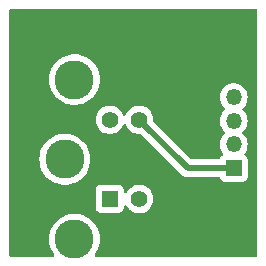
<source format=gbr>
%TF.GenerationSoftware,KiCad,Pcbnew,7.0.9-1.fc39*%
%TF.CreationDate,2023-12-29T10:15:15-08:00*%
%TF.ProjectId,aekii-m3501,61656b69-692d-46d3-9335-30312e6b6963,rev?*%
%TF.SameCoordinates,Original*%
%TF.FileFunction,Copper,L2,Bot*%
%TF.FilePolarity,Positive*%
%FSLAX46Y46*%
G04 Gerber Fmt 4.6, Leading zero omitted, Abs format (unit mm)*
G04 Created by KiCad (PCBNEW 7.0.9-1.fc39) date 2023-12-29 10:15:15*
%MOMM*%
%LPD*%
G01*
G04 APERTURE LIST*
%TA.AperFunction,ComponentPad*%
%ADD10R,1.398000X1.398000*%
%TD*%
%TA.AperFunction,ComponentPad*%
%ADD11C,1.398000*%
%TD*%
%TA.AperFunction,ComponentPad*%
%ADD12C,3.306000*%
%TD*%
%TA.AperFunction,ComponentPad*%
%ADD13R,1.350000X1.350000*%
%TD*%
%TA.AperFunction,ComponentPad*%
%ADD14O,1.350000X1.350000*%
%TD*%
%TA.AperFunction,Conductor*%
%ADD15C,0.500000*%
%TD*%
G04 APERTURE END LIST*
D10*
%TO.P,ADB-FEM1,1,1*%
%TO.N,JST-D+*%
X108510000Y-116110000D03*
D11*
%TO.P,ADB-FEM1,2,2*%
%TO.N,VBUS*%
X108510000Y-109410000D03*
%TO.P,ADB-FEM1,3,3*%
%TO.N,JST-D-*%
X111000000Y-116110000D03*
%TO.P,ADB-FEM1,4,4*%
%TO.N,GND*%
X111000000Y-109410000D03*
D12*
%TO.P,ADB-FEM1,5,SH*%
%TO.N,unconnected-(ADB-FEM1-SH-Pad5)*%
X104700000Y-112760000D03*
%TO.P,ADB-FEM1,6,SH*%
X105510000Y-106000000D03*
%TO.P,ADB-FEM1,7,SH*%
X105510000Y-119520000D03*
%TD*%
D13*
%TO.P,J2,1,Pin_1*%
%TO.N,GND*%
X119000000Y-113500000D03*
D14*
%TO.P,J2,2,Pin_2*%
%TO.N,JST-D-*%
X119000000Y-111500000D03*
%TO.P,J2,3,Pin_3*%
%TO.N,JST-D+*%
X119000000Y-109500000D03*
%TO.P,J2,4,Pin_4*%
%TO.N,VBUS*%
X119000000Y-107500000D03*
%TD*%
D15*
%TO.N,GND*%
X119000000Y-113500000D02*
X115090000Y-113500000D01*
X115090000Y-113500000D02*
X111000000Y-109410000D01*
%TD*%
%TA.AperFunction,NonConductor*%
G36*
X120942539Y-100020185D02*
G01*
X120988294Y-100072989D01*
X120999500Y-100124500D01*
X120999500Y-120875500D01*
X120979815Y-120942539D01*
X120927011Y-120988294D01*
X120875500Y-120999500D01*
X107340924Y-120999500D01*
X107273885Y-120979815D01*
X107228130Y-120927011D01*
X107218186Y-120857853D01*
X107239618Y-120803993D01*
X107354292Y-120641539D01*
X107489830Y-120379962D01*
X107588488Y-120102365D01*
X107648427Y-119813920D01*
X107668532Y-119520000D01*
X107648427Y-119226080D01*
X107588488Y-118937635D01*
X107489830Y-118660038D01*
X107354292Y-118398461D01*
X107184398Y-118157776D01*
X107184393Y-118157770D01*
X107117028Y-118085640D01*
X106983313Y-117942467D01*
X106754783Y-117756544D01*
X106754781Y-117756543D01*
X106754779Y-117756541D01*
X106503063Y-117603469D01*
X106503059Y-117603467D01*
X106232852Y-117486101D01*
X105949171Y-117406617D01*
X105949167Y-117406616D01*
X105949166Y-117406616D01*
X105803234Y-117386558D01*
X105657304Y-117366500D01*
X105657303Y-117366500D01*
X105362697Y-117366500D01*
X105362696Y-117366500D01*
X105070834Y-117406616D01*
X105070828Y-117406617D01*
X104787147Y-117486101D01*
X104516940Y-117603467D01*
X104516936Y-117603469D01*
X104265220Y-117756541D01*
X104036690Y-117942464D01*
X103835606Y-118157770D01*
X103835606Y-118157771D01*
X103665708Y-118398460D01*
X103530169Y-118660039D01*
X103431513Y-118937629D01*
X103431512Y-118937632D01*
X103371572Y-119226085D01*
X103351468Y-119520000D01*
X103371572Y-119813914D01*
X103431512Y-120102367D01*
X103431513Y-120102370D01*
X103530169Y-120379960D01*
X103530170Y-120379962D01*
X103665708Y-120641539D01*
X103780380Y-120803993D01*
X103802959Y-120870112D01*
X103786206Y-120937944D01*
X103735440Y-120985950D01*
X103679076Y-120999500D01*
X100124500Y-120999500D01*
X100057461Y-120979815D01*
X100011706Y-120927011D01*
X100000500Y-120875500D01*
X100000500Y-116856870D01*
X107310500Y-116856870D01*
X107310501Y-116856876D01*
X107316908Y-116916483D01*
X107367202Y-117051328D01*
X107367206Y-117051335D01*
X107453452Y-117166544D01*
X107453455Y-117166547D01*
X107568664Y-117252793D01*
X107568671Y-117252797D01*
X107703517Y-117303091D01*
X107703516Y-117303091D01*
X107710444Y-117303835D01*
X107763127Y-117309500D01*
X109256872Y-117309499D01*
X109316483Y-117303091D01*
X109451331Y-117252796D01*
X109566546Y-117166546D01*
X109652796Y-117051331D01*
X109703091Y-116916483D01*
X109709500Y-116856873D01*
X109709499Y-116736580D01*
X109729183Y-116669544D01*
X109781987Y-116623789D01*
X109851145Y-116613845D01*
X109914701Y-116642869D01*
X109944499Y-116681311D01*
X109975795Y-116744161D01*
X110109762Y-116921562D01*
X110251088Y-117050397D01*
X110274043Y-117071323D01*
X110463046Y-117188349D01*
X110463047Y-117188349D01*
X110463048Y-117188350D01*
X110532142Y-117215117D01*
X110670335Y-117268653D01*
X110888850Y-117309500D01*
X110888853Y-117309500D01*
X111111147Y-117309500D01*
X111111150Y-117309500D01*
X111329665Y-117268653D01*
X111536954Y-117188349D01*
X111725957Y-117071323D01*
X111890239Y-116921560D01*
X112024205Y-116744161D01*
X112123292Y-116545166D01*
X112184128Y-116331352D01*
X112204639Y-116110000D01*
X112184128Y-115888648D01*
X112123292Y-115674834D01*
X112024205Y-115475839D01*
X111890239Y-115298440D01*
X111890237Y-115298437D01*
X111725958Y-115148678D01*
X111725957Y-115148677D01*
X111536954Y-115031651D01*
X111536952Y-115031650D01*
X111536951Y-115031649D01*
X111329668Y-114951348D01*
X111329667Y-114951347D01*
X111329665Y-114951347D01*
X111111150Y-114910500D01*
X110888850Y-114910500D01*
X110670335Y-114951347D01*
X110670333Y-114951347D01*
X110670331Y-114951348D01*
X110463048Y-115031649D01*
X110463047Y-115031650D01*
X110274041Y-115148678D01*
X110109762Y-115298437D01*
X109975795Y-115475838D01*
X109944499Y-115538689D01*
X109896996Y-115589926D01*
X109829333Y-115607347D01*
X109762992Y-115585421D01*
X109719038Y-115531110D01*
X109709499Y-115483417D01*
X109709499Y-115363129D01*
X109709498Y-115363123D01*
X109709497Y-115363116D01*
X109703091Y-115303517D01*
X109701197Y-115298440D01*
X109652797Y-115168671D01*
X109652793Y-115168664D01*
X109566547Y-115053455D01*
X109566544Y-115053452D01*
X109451335Y-114967206D01*
X109451328Y-114967202D01*
X109316482Y-114916908D01*
X109316483Y-114916908D01*
X109256883Y-114910501D01*
X109256881Y-114910500D01*
X109256873Y-114910500D01*
X109256864Y-114910500D01*
X107763129Y-114910500D01*
X107763123Y-114910501D01*
X107703516Y-114916908D01*
X107568671Y-114967202D01*
X107568664Y-114967206D01*
X107453455Y-115053452D01*
X107453452Y-115053455D01*
X107367206Y-115168664D01*
X107367202Y-115168671D01*
X107316908Y-115303517D01*
X107310501Y-115363116D01*
X107310501Y-115363123D01*
X107310500Y-115363135D01*
X107310500Y-116856870D01*
X100000500Y-116856870D01*
X100000500Y-112760000D01*
X102541468Y-112760000D01*
X102561572Y-113053914D01*
X102621512Y-113342367D01*
X102621513Y-113342370D01*
X102720169Y-113619960D01*
X102720170Y-113619962D01*
X102855708Y-113881539D01*
X103025602Y-114122224D01*
X103025606Y-114122228D01*
X103025606Y-114122229D01*
X103041615Y-114139370D01*
X103226687Y-114337533D01*
X103455217Y-114523456D01*
X103455219Y-114523457D01*
X103455220Y-114523458D01*
X103706936Y-114676530D01*
X103706940Y-114676532D01*
X103977147Y-114793898D01*
X103977152Y-114793900D01*
X104260834Y-114873384D01*
X104517427Y-114908652D01*
X104552696Y-114913500D01*
X104552697Y-114913500D01*
X104847304Y-114913500D01*
X104878769Y-114909174D01*
X105139166Y-114873384D01*
X105422848Y-114793900D01*
X105530934Y-114746951D01*
X105693059Y-114676532D01*
X105693063Y-114676530D01*
X105694757Y-114675500D01*
X105944783Y-114523456D01*
X106173313Y-114337533D01*
X106374398Y-114122224D01*
X106544292Y-113881539D01*
X106679830Y-113619962D01*
X106778488Y-113342365D01*
X106838427Y-113053920D01*
X106858532Y-112760000D01*
X106838427Y-112466080D01*
X106778488Y-112177635D01*
X106679830Y-111900038D01*
X106544292Y-111638461D01*
X106374398Y-111397776D01*
X106374393Y-111397770D01*
X106267276Y-111283077D01*
X106173313Y-111182467D01*
X105944783Y-110996544D01*
X105944781Y-110996543D01*
X105944779Y-110996541D01*
X105693063Y-110843469D01*
X105693059Y-110843467D01*
X105422852Y-110726101D01*
X105139171Y-110646617D01*
X105139167Y-110646616D01*
X105139166Y-110646616D01*
X104993234Y-110626558D01*
X104847304Y-110606500D01*
X104847303Y-110606500D01*
X104552697Y-110606500D01*
X104552696Y-110606500D01*
X104260834Y-110646616D01*
X104260828Y-110646617D01*
X103977147Y-110726101D01*
X103706940Y-110843467D01*
X103706936Y-110843469D01*
X103455220Y-110996541D01*
X103226690Y-111182464D01*
X103025606Y-111397770D01*
X103025606Y-111397771D01*
X102855708Y-111638460D01*
X102720169Y-111900039D01*
X102621513Y-112177629D01*
X102621512Y-112177632D01*
X102561572Y-112466085D01*
X102541468Y-112760000D01*
X100000500Y-112760000D01*
X100000500Y-109410000D01*
X107305361Y-109410000D01*
X107325871Y-109631351D01*
X107386707Y-109845163D01*
X107386712Y-109845176D01*
X107485795Y-110044161D01*
X107619762Y-110221562D01*
X107700676Y-110295324D01*
X107784043Y-110371323D01*
X107973046Y-110488349D01*
X107973047Y-110488349D01*
X107973048Y-110488350D01*
X108042142Y-110515117D01*
X108180335Y-110568653D01*
X108398850Y-110609500D01*
X108398853Y-110609500D01*
X108621147Y-110609500D01*
X108621150Y-110609500D01*
X108839665Y-110568653D01*
X109046954Y-110488349D01*
X109235957Y-110371323D01*
X109400239Y-110221560D01*
X109534205Y-110044161D01*
X109633292Y-109845166D01*
X109635734Y-109836580D01*
X109673013Y-109777489D01*
X109736323Y-109747932D01*
X109805563Y-109757294D01*
X109858749Y-109802604D01*
X109874266Y-109836582D01*
X109876707Y-109845163D01*
X109876712Y-109845176D01*
X109975795Y-110044161D01*
X110109762Y-110221562D01*
X110190676Y-110295324D01*
X110274043Y-110371323D01*
X110463046Y-110488349D01*
X110463047Y-110488349D01*
X110463048Y-110488350D01*
X110532142Y-110515117D01*
X110670335Y-110568653D01*
X110888850Y-110609500D01*
X110888853Y-110609500D01*
X111086770Y-110609500D01*
X111153809Y-110629185D01*
X111174451Y-110645819D01*
X114514267Y-113985634D01*
X114526048Y-113999266D01*
X114540390Y-114018530D01*
X114580420Y-114052119D01*
X114584392Y-114055759D01*
X114590223Y-114061590D01*
X114615939Y-114081923D01*
X114674786Y-114131302D01*
X114674788Y-114131303D01*
X114680823Y-114135272D01*
X114680789Y-114135322D01*
X114687144Y-114139370D01*
X114687177Y-114139318D01*
X114693319Y-114143107D01*
X114693323Y-114143110D01*
X114762914Y-114175561D01*
X114831558Y-114210036D01*
X114831561Y-114210037D01*
X114831567Y-114210040D01*
X114831572Y-114210041D01*
X114838355Y-114212510D01*
X114838334Y-114212567D01*
X114845451Y-114215040D01*
X114845470Y-114214984D01*
X114852330Y-114217257D01*
X114927532Y-114232784D01*
X115002279Y-114250500D01*
X115002288Y-114250500D01*
X115009452Y-114251338D01*
X115009445Y-114251397D01*
X115016946Y-114252163D01*
X115016952Y-114252104D01*
X115024140Y-114252733D01*
X115024143Y-114252732D01*
X115024144Y-114252733D01*
X115100898Y-114250500D01*
X117732885Y-114250500D01*
X117799924Y-114270185D01*
X117845679Y-114322989D01*
X117849067Y-114331167D01*
X117881202Y-114417328D01*
X117881206Y-114417335D01*
X117967452Y-114532544D01*
X117967455Y-114532547D01*
X118082664Y-114618793D01*
X118082671Y-114618797D01*
X118217517Y-114669091D01*
X118217516Y-114669091D01*
X118224444Y-114669835D01*
X118277127Y-114675500D01*
X119722872Y-114675499D01*
X119782483Y-114669091D01*
X119917331Y-114618796D01*
X120032546Y-114532546D01*
X120118796Y-114417331D01*
X120169091Y-114282483D01*
X120175500Y-114222873D01*
X120175499Y-112777128D01*
X120169091Y-112717517D01*
X120150933Y-112668834D01*
X120118797Y-112582671D01*
X120118793Y-112582664D01*
X120032547Y-112467455D01*
X120032544Y-112467452D01*
X119946895Y-112403335D01*
X119905024Y-112347402D01*
X119900040Y-112277710D01*
X119922251Y-112229344D01*
X120003712Y-112121472D01*
X120100817Y-111926459D01*
X120160435Y-111716923D01*
X120180536Y-111500000D01*
X120160435Y-111283077D01*
X120100817Y-111073541D01*
X120003712Y-110878528D01*
X119872427Y-110704678D01*
X119748423Y-110591634D01*
X119712145Y-110531927D01*
X119713905Y-110462079D01*
X119748423Y-110408365D01*
X119872427Y-110295322D01*
X120003712Y-110121472D01*
X120100817Y-109926459D01*
X120160435Y-109716923D01*
X120180536Y-109500000D01*
X120160435Y-109283077D01*
X120100817Y-109073541D01*
X120003712Y-108878528D01*
X119872427Y-108704678D01*
X119748423Y-108591634D01*
X119712145Y-108531927D01*
X119713905Y-108462079D01*
X119748423Y-108408365D01*
X119872427Y-108295322D01*
X120003712Y-108121472D01*
X120100817Y-107926459D01*
X120160435Y-107716923D01*
X120180536Y-107500000D01*
X120160435Y-107283077D01*
X120100817Y-107073541D01*
X120003712Y-106878528D01*
X119872427Y-106704678D01*
X119711432Y-106557912D01*
X119711428Y-106557909D01*
X119711423Y-106557906D01*
X119526213Y-106443229D01*
X119526207Y-106443226D01*
X119441113Y-106410260D01*
X119323069Y-106364530D01*
X119108926Y-106324500D01*
X118891074Y-106324500D01*
X118676931Y-106364530D01*
X118628130Y-106383435D01*
X118473792Y-106443226D01*
X118473786Y-106443229D01*
X118288576Y-106557906D01*
X118288566Y-106557913D01*
X118127574Y-106704676D01*
X117996288Y-106878527D01*
X117899184Y-107073537D01*
X117839564Y-107283081D01*
X117819464Y-107499999D01*
X117819464Y-107500000D01*
X117839564Y-107716918D01*
X117839564Y-107716920D01*
X117839565Y-107716923D01*
X117896358Y-107916529D01*
X117899184Y-107926462D01*
X117996288Y-108121472D01*
X118127574Y-108295324D01*
X118251572Y-108408363D01*
X118287854Y-108468074D01*
X118286093Y-108537922D01*
X118251572Y-108591637D01*
X118127574Y-108704675D01*
X117996288Y-108878527D01*
X117899184Y-109073537D01*
X117839564Y-109283081D01*
X117819464Y-109499999D01*
X117819464Y-109500000D01*
X117839564Y-109716918D01*
X117839564Y-109716920D01*
X117839565Y-109716923D01*
X117876053Y-109845166D01*
X117899184Y-109926462D01*
X117996288Y-110121472D01*
X118127574Y-110295324D01*
X118251572Y-110408363D01*
X118287854Y-110468074D01*
X118286093Y-110537922D01*
X118251572Y-110591637D01*
X118127574Y-110704675D01*
X117996288Y-110878527D01*
X117899184Y-111073537D01*
X117839564Y-111283081D01*
X117819464Y-111499999D01*
X117819464Y-111500000D01*
X117839564Y-111716918D01*
X117899184Y-111926462D01*
X117996288Y-112121472D01*
X118077747Y-112229341D01*
X118102439Y-112294702D01*
X118087874Y-112363037D01*
X118053105Y-112403334D01*
X117967452Y-112467455D01*
X117881206Y-112582664D01*
X117881203Y-112582669D01*
X117849066Y-112668834D01*
X117807194Y-112724767D01*
X117741730Y-112749184D01*
X117732884Y-112749500D01*
X115452229Y-112749500D01*
X115385190Y-112729815D01*
X115364548Y-112713181D01*
X112233649Y-109582281D01*
X112200164Y-109520958D01*
X112197859Y-109483164D01*
X112204639Y-109410000D01*
X112184128Y-109188648D01*
X112123292Y-108974834D01*
X112024205Y-108775839D01*
X111890239Y-108598440D01*
X111890237Y-108598437D01*
X111725958Y-108448678D01*
X111725957Y-108448677D01*
X111536954Y-108331651D01*
X111536952Y-108331650D01*
X111536951Y-108331649D01*
X111329668Y-108251348D01*
X111329667Y-108251347D01*
X111329665Y-108251347D01*
X111111150Y-108210500D01*
X110888850Y-108210500D01*
X110670335Y-108251347D01*
X110670333Y-108251347D01*
X110670331Y-108251348D01*
X110463048Y-108331649D01*
X110463047Y-108331650D01*
X110274041Y-108448678D01*
X110109762Y-108598437D01*
X109975795Y-108775838D01*
X109876712Y-108974823D01*
X109876709Y-108974831D01*
X109876708Y-108974834D01*
X109874264Y-108983420D01*
X109836985Y-109042511D01*
X109773675Y-109072068D01*
X109704435Y-109062704D01*
X109651250Y-109017393D01*
X109635735Y-108983422D01*
X109633292Y-108974834D01*
X109534205Y-108775839D01*
X109400239Y-108598440D01*
X109400237Y-108598437D01*
X109235958Y-108448678D01*
X109235957Y-108448677D01*
X109046954Y-108331651D01*
X109046952Y-108331650D01*
X109046951Y-108331649D01*
X108839668Y-108251348D01*
X108839667Y-108251347D01*
X108839665Y-108251347D01*
X108621150Y-108210500D01*
X108398850Y-108210500D01*
X108180335Y-108251347D01*
X108180333Y-108251347D01*
X108180331Y-108251348D01*
X107973048Y-108331649D01*
X107973047Y-108331650D01*
X107784041Y-108448678D01*
X107619762Y-108598437D01*
X107485795Y-108775838D01*
X107386712Y-108974823D01*
X107386707Y-108974836D01*
X107325871Y-109188648D01*
X107305361Y-109409999D01*
X107305361Y-109410000D01*
X100000500Y-109410000D01*
X100000500Y-106000000D01*
X103351468Y-106000000D01*
X103371572Y-106293914D01*
X103431512Y-106582367D01*
X103431513Y-106582370D01*
X103530169Y-106859960D01*
X103530170Y-106859962D01*
X103665708Y-107121539D01*
X103835602Y-107362224D01*
X103835606Y-107362228D01*
X103835606Y-107362229D01*
X103910343Y-107442252D01*
X104036687Y-107577533D01*
X104265217Y-107763456D01*
X104265219Y-107763457D01*
X104265220Y-107763458D01*
X104516936Y-107916530D01*
X104516940Y-107916532D01*
X104787147Y-108033898D01*
X104787152Y-108033900D01*
X105070834Y-108113384D01*
X105327427Y-108148652D01*
X105362696Y-108153500D01*
X105362697Y-108153500D01*
X105657304Y-108153500D01*
X105688769Y-108149174D01*
X105949166Y-108113384D01*
X106232848Y-108033900D01*
X106340934Y-107986951D01*
X106503059Y-107916532D01*
X106503063Y-107916530D01*
X106503065Y-107916529D01*
X106754783Y-107763456D01*
X106983313Y-107577533D01*
X107184398Y-107362224D01*
X107354292Y-107121539D01*
X107489830Y-106859962D01*
X107588488Y-106582365D01*
X107648427Y-106293920D01*
X107668532Y-106000000D01*
X107648427Y-105706080D01*
X107588488Y-105417635D01*
X107489830Y-105140038D01*
X107354292Y-104878461D01*
X107184398Y-104637776D01*
X107184393Y-104637770D01*
X107117028Y-104565640D01*
X106983313Y-104422467D01*
X106754783Y-104236544D01*
X106754781Y-104236543D01*
X106754779Y-104236541D01*
X106503063Y-104083469D01*
X106503059Y-104083467D01*
X106232852Y-103966101D01*
X105949171Y-103886617D01*
X105949167Y-103886616D01*
X105949166Y-103886616D01*
X105803234Y-103866558D01*
X105657304Y-103846500D01*
X105657303Y-103846500D01*
X105362697Y-103846500D01*
X105362696Y-103846500D01*
X105070834Y-103886616D01*
X105070828Y-103886617D01*
X104787147Y-103966101D01*
X104516940Y-104083467D01*
X104516936Y-104083469D01*
X104265220Y-104236541D01*
X104036690Y-104422464D01*
X103835606Y-104637770D01*
X103835606Y-104637771D01*
X103665708Y-104878460D01*
X103530169Y-105140039D01*
X103431513Y-105417629D01*
X103431512Y-105417632D01*
X103371572Y-105706085D01*
X103351468Y-106000000D01*
X100000500Y-106000000D01*
X100000500Y-100124500D01*
X100020185Y-100057461D01*
X100072989Y-100011706D01*
X100124500Y-100000500D01*
X120875500Y-100000500D01*
X120942539Y-100020185D01*
G37*
%TD.AperFunction*%
M02*

</source>
